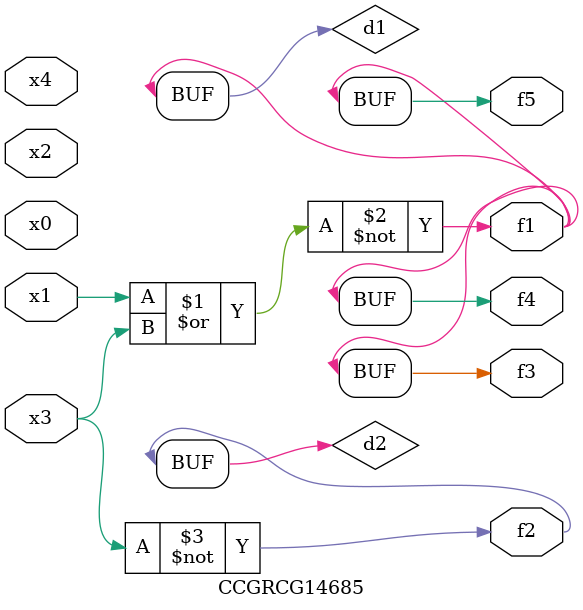
<source format=v>
module CCGRCG14685(
	input x0, x1, x2, x3, x4,
	output f1, f2, f3, f4, f5
);

	wire d1, d2;

	nor (d1, x1, x3);
	not (d2, x3);
	assign f1 = d1;
	assign f2 = d2;
	assign f3 = d1;
	assign f4 = d1;
	assign f5 = d1;
endmodule

</source>
